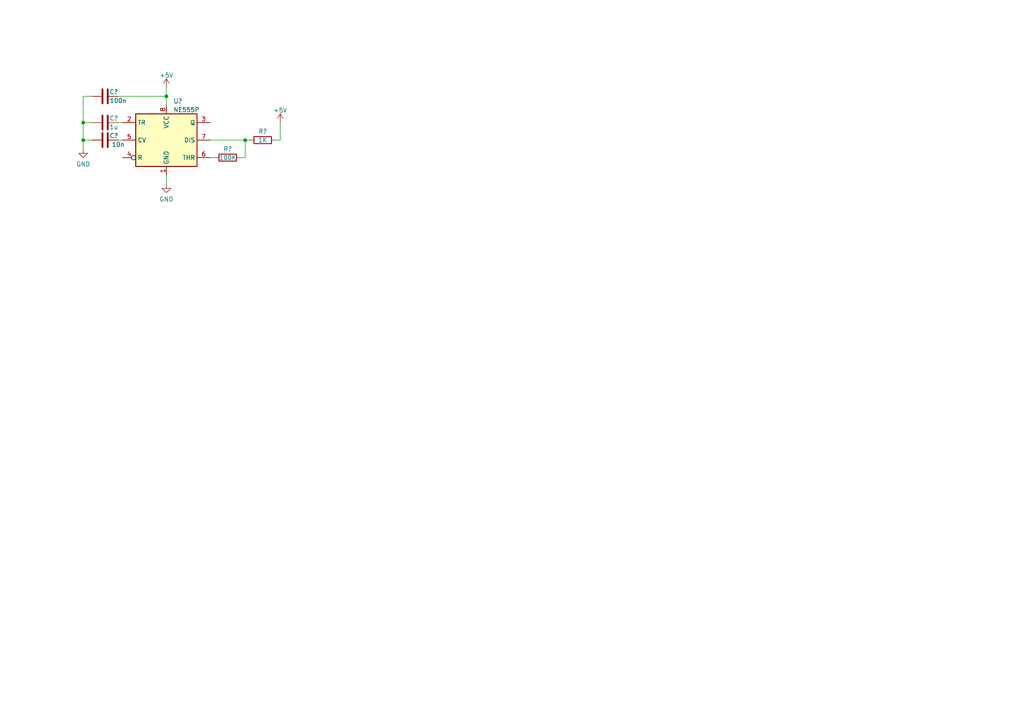
<source format=kicad_sch>
(kicad_sch (version 20211123) (generator eeschema)
  (paper "A4")
  (lib_symbols
    (symbol "Device:C" (pin_numbers hide) (pin_names (offset 0.254))
      (property "Reference" "C" (at 0.635 2.54 0))
      (property "Value" "C" (at 0.635 -2.54 0))
      (symbol "C_0_1"
        (polyline (pts (xy -2.032 -0.762) (xy 2.032 -0.762)) (stroke (width 0.508)))
        (polyline (pts (xy -2.032 0.762) (xy 2.032 0.762)) (stroke (width 0.508)))
      )
      (symbol "C_1_1"
        (pin passive line (at 0 3.81 270) (length 2.794) (name "~") (number "1"))
        (pin passive line (at 0 -3.81 90) (length 2.794) (name "~") (number "2"))
      )
    )
    (symbol "Device:R" (pin_numbers hide) (pin_names (offset 0))
      (property "Reference" "R" (at 2.032 0 90))
      (property "Value" "R" (at 0 0 90))
      (symbol "R_0_1"
        (rectangle (start -1.016 -2.54) (end 1.016 2.54) (stroke (width 0.254)))
      )
      (symbol "R_1_1"
        (pin passive line (at 0 3.81 270) (length 1.27) (name "~") (number "1"))
        (pin passive line (at 0 -3.81 90) (length 1.27) (name "~") (number "2"))
      )
    )
    (symbol "Timer:NE555P"
      (property "Reference" "U" (at -10.16 8.89 0))
      (property "Value" "NE555P" (at 2.54 8.89 0))
      (symbol "NE555P_0_0"
        (pin power_in line (at 0 -10.16 90) (length 2.54) (name "GND") (number "1"))
        (pin power_in line (at 0 10.16 270) (length 2.54) (name "VCC") (number "8"))
      )
      (symbol "NE555P_0_1"
        (rectangle (start -8.89 -7.62) (end 8.89 7.62) (stroke (width 0.254)) (fill (type background)))
        (rectangle (start -8.89 -7.62) (end 8.89 7.62) (stroke (width 0.254)) (fill (type background)))
      )
      (symbol "NE555P_1_1"
        (pin input line (at -12.7 5.08 0) (length 3.81) (name "TR") (number "2"))
        (pin output line (at 12.7 5.08 180) (length 3.81) (name "Q") (number "3"))
        (pin input inverted (at -12.7 -5.08 0) (length 3.81) (name "R") (number "4"))
        (pin input line (at -12.7 0 0) (length 3.81) (name "CV") (number "5"))
        (pin input line (at 12.7 -5.08 180) (length 3.81) (name "THR") (number "6"))
        (pin input line (at 12.7 0 180) (length 3.81) (name "DIS") (number "7"))
      )
    )
    (symbol "power:+5V" (power) (pin_names (offset 0))
      (property "Value" "+5V" (at 0 3.556 0))
      (symbol "+5V_0_1"
        (polyline (pts (xy -0.762 1.27) (xy 0 2.54)))
        (polyline (pts (xy 0 0) (xy 0 2.54)))
        (polyline (pts (xy 0 2.54) (xy 0.762 1.27)))
      )
      (symbol "+5V_1_1"
        (pin power_in line (at 0 0 90) (length 0) hide (name "+5V") (number "1"))
      )
    )
    (symbol "power:GND" (power) (pin_names (offset 0))
      (property "Value" "GND" (at 0 -3.81 0))
      (symbol "GND_0_1"
        (polyline (pts (xy 0 0) (xy 0 -1.27) (xy 1.27 -1.27) (xy 0 -2.54) (xy -1.27 -1.27) (xy 0 -1.27)))
      )
      (symbol "GND_1_1"
        (pin power_in line (at 0 0 270) (length 0) hide (name "GND") (number "1"))
      )
    )
  )
  (junction (at 48.26 27.94))
  (junction (at 71.12 40.64))
  (junction (at 24.13 40.64))
  (junction (at 24.13 35.56))
  (wire (pts (xy 34.29 27.94) (xy 48.26 27.94)))
  (wire (pts (xy 34.29 35.56) (xy 35.56 35.56)))
  (wire (pts (xy 60.96 45.72) (xy 62.23 45.72)))
  (wire (pts (xy 81.28 40.64) (xy 81.28 35.56)))
  (wire (pts (xy 80.01 40.64) (xy 81.28 40.64)))
  (wire (pts (xy 26.67 27.94) (xy 24.13 27.94)))
  (wire (pts (xy 26.67 35.56) (xy 24.13 35.56)))
  (wire (pts (xy 71.12 45.72) (xy 71.12 40.64)))
  (wire (pts (xy 48.26 50.8) (xy 48.26 53.34)))
  (wire (pts (xy 48.26 25.4) (xy 48.26 27.94)))
  (wire (pts (xy 69.85 45.72) (xy 71.12 45.72)))
  (wire (pts (xy 24.13 40.64) (xy 26.67 40.64)))
  (wire (pts (xy 60.96 40.64) (xy 71.12 40.64)))
  (wire (pts (xy 48.26 27.94) (xy 48.26 30.48)))
  (wire (pts (xy 24.13 35.56) (xy 24.13 40.64)))
  (wire (pts (xy 24.13 40.64) (xy 24.13 43.18)))
  (wire (pts (xy 34.29 40.64) (xy 35.56 40.64)))
  (wire (pts (xy 24.13 27.94) (xy 24.13 35.56)))
  (wire (pts (xy 72.39 40.64) (xy 71.12 40.64)))
  (symbol (lib_id "Device:C") (at 30.48 27.94 90) (unit 1)
    (property "Reference" "C?" (at 33.02 26.67 90))
    (property "Value" "100n" (at 34.29 29.21 90))
  )
  (symbol (lib_id "Device:C") (at 30.48 35.56 90) (unit 1)
    (property "Reference" "C?" (at 33.02 34.29 90))
    (property "Value" "1u" (at 33.02 36.83 90))
  )
  (symbol (lib_id "Device:R") (at 66.04 45.72 90) (unit 1)
    (property "Reference" "R?" (at 66.04 43.18 90))
    (property "Value" "100K" (at 66.04 45.72 90))
  )
  (symbol (lib_id "Device:R") (at 76.2 40.64 90) (unit 1)
    (property "Reference" "R?" (at 76.2 38.1 90))
    (property "Value" "1K" (at 76.2 40.64 90))
  )
  (symbol (lib_id "power:GND") (at 24.13 43.18 0) (unit 1)
    (property "Reference" "#PWR?" (effects hide))
    (property "Value" "GND" (at 24.13 47.6234 0))
  )
  (symbol (lib_id "power:+5V") (at 81.28 35.56 0) (unit 1)
    (property "Reference" "#PWR?" (effects hide))
    (property "Value" "+5V" (at 81.28 31.9842 0))
  )
  (symbol (lib_id "Timer:NE555P") (at 48.26 40.64 0) (unit 1)
    (property "Reference" "U?" (at 50.2794 29.3202 0) (effects (justify left)))
    (property "Value" "NE555P" (at 50.2794 31.8571 0) (effects (justify left)))
    (property "Footprint" "Package_DIP:DIP-8_W7.62mm" (effects hide))
    (property "Datasheet" "http://www.ti.com/lit/ds/symlink/ne555.pdf" (effects hide))
  )
  (symbol (lib_id "Device:C") (at 30.48 40.64 90) (unit 1)
    (property "Reference" "C?" (at 33.02 39.37 90))
    (property "Value" "10n" (at 34.29 41.91 90))
  )
  (symbol (lib_id "power:+5V") (at 48.26 25.4 0) (unit 1)
    (property "Reference" "#PWR?" (effects hide))
    (property "Value" "+5V" (at 48.26 21.8242 0))
  )
  (symbol (lib_id "power:GND") (at 48.26 53.34 0) (unit 1)
    (property "Reference" "#PWR?" (effects hide))
    (property "Value" "GND" (at 48.26 57.7834 0))
  )
)
</source>
